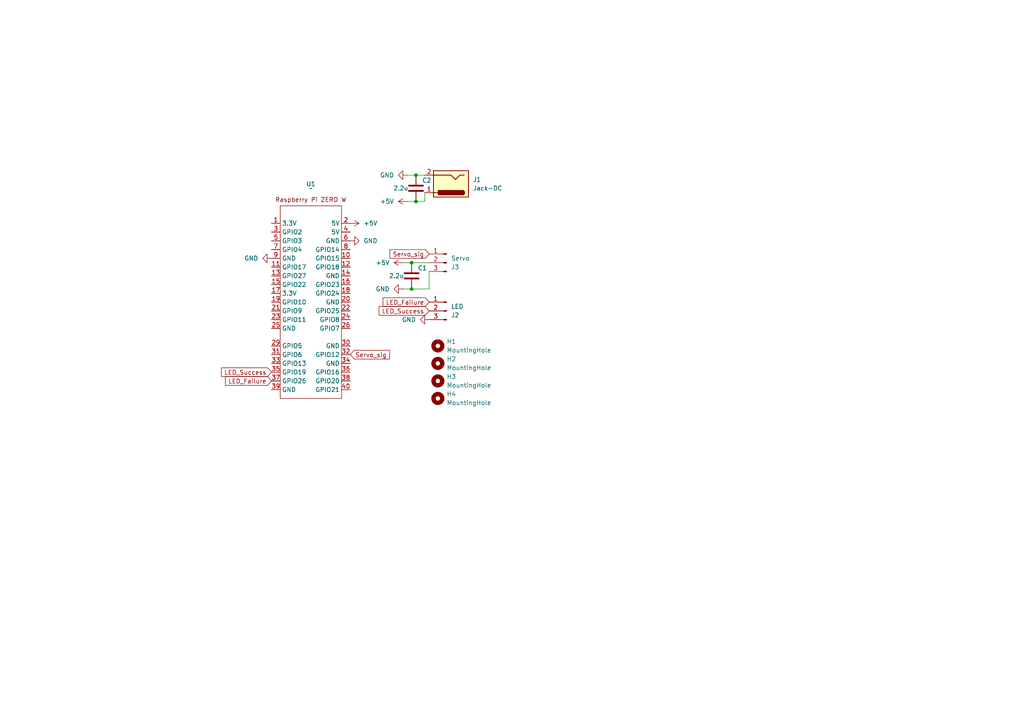
<source format=kicad_sch>
(kicad_sch (version 20231120) (generator "eeschema") (generator_version "8.0")
  (paper "A4")
  (lib_symbols
    (symbol "Connector:Conn_01x03_Pin" (pin_names (offset 1.016) hide)
      (property "Reference" "J" (at 0 5.08 0))
      (property "Value" "Conn_01x03_Pin" (at 0 -5.08 0))
      (symbol "Conn_01x03_Pin_1_1"
        (polyline (pts (xy 1.27 -2.54) (xy 0.8636 -2.54)) (stroke (width 0.1524)))
        (polyline (pts (xy 1.27 0) (xy 0.8636 0)) (stroke (width 0.1524)))
        (polyline (pts (xy 1.27 2.54) (xy 0.8636 2.54)) (stroke (width 0.1524)))
        (rectangle (start 0.8636 -2.413) (end 0 -2.667) (stroke (width 0.1524)) (fill (type outline)))
        (rectangle (start 0.8636 0.127) (end 0 -0.127) (stroke (width 0.1524)) (fill (type outline)))
        (rectangle (start 0.8636 2.667) (end 0 2.413) (stroke (width 0.1524)) (fill (type outline)))
        (pin passive line (at 5.08 2.54 180) (length 3.81) (name "Pin_1") (number "1"))
        (pin passive line (at 5.08 0 180) (length 3.81) (name "Pin_2") (number "2"))
        (pin passive line (at 5.08 -2.54 180) (length 3.81) (name "Pin_3") (number "3"))
      )
    )
    (symbol "Connector:Jack-DC" (pin_names (offset 1.016))
      (property "Reference" "J" (at 0 5.334 0))
      (property "Value" "Jack-DC" (at 0 -5.08 0))
      (symbol "Jack-DC_0_1"
        (rectangle (start -5.08 3.81) (end 5.08 -3.81) (stroke (width 0.254)) (fill (type background)))
        (arc (start -3.302 3.175) (mid -3.9343 2.54) (end -3.302 1.905) (stroke (width 0.254)))
        (arc (start -3.302 3.175) (mid -3.9343 2.54) (end -3.302 1.905) (stroke (width 0.254)) (fill (type outline)))
        (polyline (pts (xy 5.08 2.54) (xy 3.81 2.54)) (stroke (width 0.254)))
        (polyline (pts (xy -3.81 -2.54) (xy -2.54 -2.54) (xy -1.27 -1.27) (xy 0 -2.54) (xy 2.54 -2.54) (xy 5.08 -2.54)) (stroke (width 0.254)))
        (rectangle (start 3.683 3.175) (end -3.302 1.905) (stroke (width 0.254)) (fill (type outline)))
      )
      (symbol "Jack-DC_1_1"
        (pin passive line (at 7.62 2.54 180) (length 2.54) (name "~") (number "1"))
        (pin passive line (at 7.62 -2.54 180) (length 2.54) (name "~") (number "2"))
      )
    )
    (symbol "Device:C" (pin_numbers hide) (pin_names (offset 0.254))
      (property "Reference" "C" (at 0.635 2.54 0))
      (property "Value" "C" (at 0.635 -2.54 0))
      (symbol "C_0_1"
        (polyline (pts (xy -2.032 -0.762) (xy 2.032 -0.762)) (stroke (width 0.508)))
        (polyline (pts (xy -2.032 0.762) (xy 2.032 0.762)) (stroke (width 0.508)))
      )
      (symbol "C_1_1"
        (pin passive line (at 0 3.81 270) (length 2.794) (name "~") (number "1"))
        (pin passive line (at 0 -3.81 90) (length 2.794) (name "~") (number "2"))
      )
    )
    (symbol "Mechanical:MountingHole" (pin_names (offset 1.016)) (exclude_from_sim yes) (in_bom no)
      (property "Reference" "H" (at 0 5.08 0))
      (property "Value" "MountingHole" (at 0 3.175 0))
      (symbol "MountingHole_0_1"
        (circle (center 0 0) (radius 1.27) (stroke (width 1.27)))
      )
    )
    (symbol "RaspberryPi:Raspberry_Pi_Zero"
      (property "Reference" "U" (at 0 0 0))
      (symbol "Raspberry_Pi_Zero_0_1"
        (rectangle (start -8.89 2.54) (end 8.89 -53.34))
      )
      (symbol "Raspberry_Pi_Zero_1_1"
        (text "Raspberry Pi ZERO W" (at 0 4.318 0) (effects (font (size 1.27 1.27))))
        (pin input line (at -11.43 -2.54 0) (length 2.54) (name "3.3V") (number "1"))
        (pin input line (at 11.43 -12.7 180) (length 2.54) (name "GPIO15") (number "10"))
        (pin input line (at -11.43 -15.24 0) (length 2.54) (name "GPIO17") (number "11"))
        (pin input line (at 11.43 -15.24 180) (length 2.54) (name "GPIO18") (number "12"))
        (pin input line (at -11.43 -17.78 0) (length 2.54) (name "GPIO27") (number "13"))
        (pin input line (at 11.43 -17.78 180) (length 2.54) (name "GND") (number "14"))
        (pin input line (at -11.43 -20.32 0) (length 2.54) (name "GPIO22") (number "15"))
        (pin input line (at 11.43 -20.32 180) (length 2.54) (name "GPIO23") (number "16"))
        (pin input line (at -11.43 -22.86 0) (length 2.54) (name "3.3V") (number "17"))
        (pin input line (at 11.43 -22.86 180) (length 2.54) (name "GPIO24") (number "18"))
        (pin input line (at -11.43 -25.4 0) (length 2.54) (name "GPIO10") (number "19"))
        (pin input line (at 11.43 -2.54 180) (length 2.54) (name "5V") (number "2"))
        (pin input line (at 11.43 -25.4 180) (length 2.54) (name "GND") (number "20"))
        (pin input line (at -11.43 -27.94 0) (length 2.54) (name "GPIO9") (number "21"))
        (pin input line (at 11.43 -27.94 180) (length 2.54) (name "GPIO25") (number "22"))
        (pin input line (at -11.43 -30.48 0) (length 2.54) (name "GPIO11") (number "23"))
        (pin input line (at 11.43 -30.48 180) (length 2.54) (name "GPIO8") (number "24"))
        (pin input line (at -11.43 -33.02 0) (length 2.54) (name "GND") (number "25"))
        (pin input line (at 11.43 -33.02 180) (length 2.54) (name "GPIO7") (number "26"))
        (pin input line (at -11.43 -38.1 0) (length 2.54) (name "GPIO5") (number "29"))
        (pin input line (at -11.43 -5.08 0) (length 2.54) (name "GPIO2") (number "3"))
        (pin input line (at 11.43 -38.1 180) (length 2.54) (name "GND") (number "30"))
        (pin input line (at -11.43 -40.64 0) (length 2.54) (name "GPIO6") (number "31"))
        (pin input line (at 11.43 -40.64 180) (length 2.54) (name "GPIO12") (number "32"))
        (pin input line (at -11.43 -43.18 0) (length 2.54) (name "GPIO13") (number "33"))
        (pin input line (at 11.43 -43.18 180) (length 2.54) (name "GND") (number "34"))
        (pin input line (at -11.43 -45.72 0) (length 2.54) (name "GPIO19") (number "35"))
        (pin input line (at 11.43 -45.72 180) (length 2.54) (name "GPIO16") (number "36"))
        (pin input line (at -11.43 -48.26 0) (length 2.54) (name "GPIO26") (number "37"))
        (pin input line (at 11.43 -48.26 180) (length 2.54) (name "GPIO20") (number "38"))
        (pin input line (at -11.43 -50.8 0) (length 2.54) (name "GND") (number "39"))
        (pin input line (at 11.43 -5.08 180) (length 2.54) (name "5V") (number "4"))
        (pin input line (at 11.43 -50.8 180) (length 2.54) (name "GPIO21") (number "40"))
        (pin input line (at -11.43 -7.62 0) (length 2.54) (name "GPIO3") (number "5"))
        (pin input line (at 11.43 -7.62 180) (length 2.54) (name "GND") (number "6"))
        (pin input line (at -11.43 -10.16 0) (length 2.54) (name "GPIO4") (number "7"))
        (pin input line (at 11.43 -10.16 180) (length 2.54) (name "GPIO14") (number "8"))
        (pin input line (at -11.43 -12.7 0) (length 2.54) (name "GND") (number "9"))
      )
    )
    (symbol "power:+5V" (power) (pin_numbers hide) (pin_names (offset 0) hide)
      (property "Value" "+5V" (at 0 3.556 0))
      (symbol "+5V_0_1"
        (polyline (pts (xy -0.762 1.27) (xy 0 2.54)))
        (polyline (pts (xy 0 0) (xy 0 2.54)))
        (polyline (pts (xy 0 2.54) (xy 0.762 1.27)))
      )
      (symbol "+5V_1_1"
        (pin power_in line (at 0 0 90) (length 0) (name "~") (number "1"))
      )
    )
    (symbol "power:GND" (power) (pin_numbers hide) (pin_names (offset 0) hide)
      (property "Value" "GND" (at 0 -3.81 0))
      (symbol "GND_0_1"
        (polyline (pts (xy 0 0) (xy 0 -1.27) (xy 1.27 -1.27) (xy 0 -2.54) (xy -1.27 -1.27) (xy 0 -1.27)))
      )
      (symbol "GND_1_1"
        (pin power_in line (at 0 0 270) (length 0) (name "~") (number "1"))
      )
    )
  )
  (junction (at 120.65 50.8))
  (junction (at 120.65 58.42))
  (junction (at 119.38 83.82))
  (junction (at 119.38 76.2))
  (wire (pts (xy 118.11 50.8) (xy 120.65 50.8)))
  (wire (pts (xy 116.84 83.82) (xy 119.38 83.82)))
  (wire (pts (xy 119.38 83.82) (xy 124.46 83.82)))
  (wire (pts (xy 120.65 58.42) (xy 123.19 58.42)))
  (wire (pts (xy 124.46 83.82) (xy 124.46 78.74)))
  (wire (pts (xy 116.84 76.2) (xy 119.38 76.2)))
  (wire (pts (xy 120.65 50.8) (xy 123.19 50.8)))
  (wire (pts (xy 119.38 76.2) (xy 124.46 76.2)))
  (wire (pts (xy 118.11 58.42) (xy 120.65 58.42)))
  (wire (pts (xy 123.19 58.42) (xy 123.19 55.88)))
  (global_label "LED_Failure" (shape input) (at 78.74 110.49 180) (property "Intersheetrefs" "${INTERSHEET_REFS}" (effects (hide yes))))
  (global_label "Servo_sig" (shape input) (at 101.6 102.87 0) (property "Intersheetrefs" "${INTERSHEET_REFS}" (effects (hide yes))))
  (global_label "Servo_sig" (shape input) (at 124.46 73.66 180) (property "Intersheetrefs" "${INTERSHEET_REFS}" (effects (hide yes))))
  (global_label "LED_Success" (shape input) (at 78.74 107.95 180) (property "Intersheetrefs" "${INTERSHEET_REFS}" (effects (hide yes))))
  (global_label "LED_Success" (shape input) (at 124.46 90.17 180) (property "Intersheetrefs" "${INTERSHEET_REFS}" (effects (hide yes))))
  (global_label "LED_Failure" (shape input) (at 124.46 87.63 180) (property "Intersheetrefs" "${INTERSHEET_REFS}" (effects (hide yes))))
  (symbol (lib_id "Device:C") (at 119.38 80.01 0) (unit 1)
    (property "Reference" "C1" (at 121.158 77.724 0) (effects (justify left)))
    (property "Value" "2.2u" (at 112.776 80.01 0) (effects (justify left)))
    (property "Footprint" "Capacitor_THT:CP_Radial_D5.0mm_P2.50mm" (effects (hide yes)))
    (property "Description" "Unpolarized capacitor" (effects (hide yes)))
  )
  (symbol (lib_id "Device:C") (at 120.65 54.61 0) (unit 1)
    (property "Reference" "C2" (at 122.428 52.324 0) (effects (justify left)))
    (property "Value" "2.2u" (at 114.046 54.61 0) (effects (justify left)))
    (property "Footprint" "Capacitor_THT:CP_Radial_D5.0mm_P2.50mm" (effects (hide yes)))
    (property "Description" "Unpolarized capacitor" (effects (hide yes)))
  )
  (symbol (lib_id "power:GND") (at 78.74 74.93 270) (unit 1)
    (property "Reference" "#PWR08" (effects (hide yes)))
    (property "Value" "GND" (at 74.93 74.9299 90) (effects (justify right)))
    (property "Description" "Power symbol creates a global label with name \"GND\" , ground" (effects (hide yes)))
  )
  (symbol (lib_id "Mechanical:MountingHole") (at 127 110.49 0) (unit 1) (exclude_from_sim yes) (in_bom no)
    (property "Reference" "H3" (at 129.54 109.2199 0) (effects (justify left)))
    (property "Value" "MountingHole" (at 129.54 111.7599 0) (effects (justify left)))
    (property "Footprint" "MountingHole:MountingHole_3.2mm_M3" (effects (hide yes)))
    (property "Description" "Mounting Hole without connection" (effects (hide yes)))
  )
  (symbol (lib_id "Mechanical:MountingHole") (at 127 100.33 0) (unit 1) (exclude_from_sim yes) (in_bom no)
    (property "Reference" "H1" (at 129.54 99.0599 0) (effects (justify left)))
    (property "Value" "MountingHole" (at 129.54 101.5999 0) (effects (justify left)))
    (property "Footprint" "MountingHole:MountingHole_3.2mm_M3" (effects (hide yes)))
    (property "Description" "Mounting Hole without connection" (effects (hide yes)))
  )
  (symbol (lib_id "power:+5V") (at 116.84 76.2 90) (mirror x) (unit 1)
    (property "Reference" "#PWR05" (effects (hide yes)))
    (property "Value" "+5V" (at 113.03 76.2001 90) (effects (justify left)))
    (property "Description" "Power symbol creates a global label with name \"+5V\"" (effects (hide yes)))
  )
  (symbol (lib_id "Connector:Conn_01x03_Pin") (at 129.54 90.17 0) (mirror y) (unit 1)
    (property "Reference" "J2" (at 130.81 91.4401 0) (effects (justify right)))
    (property "Value" "LED" (at 130.81 88.9001 0) (effects (justify right)))
    (property "Footprint" "MyLibrary:ZH_3P_Side" (effects (hide yes)))
    (property "Description" "Generic connector, single row, 01x03, script generated" (effects (hide yes)))
  )
  (symbol (lib_id "Mechanical:MountingHole") (at 127 115.57 0) (unit 1) (exclude_from_sim yes) (in_bom no)
    (property "Reference" "H4" (at 129.54 114.2999 0) (effects (justify left)))
    (property "Value" "MountingHole" (at 129.54 116.8399 0) (effects (justify left)))
    (property "Footprint" "MountingHole:MountingHole_3.2mm_M3" (effects (hide yes)))
    (property "Description" "Mounting Hole without connection" (effects (hide yes)))
  )
  (symbol (lib_id "power:GND") (at 118.11 50.8 270) (unit 1)
    (property "Reference" "#PWR02" (effects (hide yes)))
    (property "Value" "GND" (at 114.3 50.7999 90) (effects (justify right)))
    (property "Description" "Power symbol creates a global label with name \"GND\" , ground" (effects (hide yes)))
  )
  (symbol (lib_id "power:GND") (at 116.84 83.82 270) (mirror x) (unit 1)
    (property "Reference" "#PWR06" (effects (hide yes)))
    (property "Value" "GND" (at 113.03 83.8201 90) (effects (justify right)))
    (property "Description" "Power symbol creates a global label with name \"GND\" , ground" (effects (hide yes)))
  )
  (symbol (lib_id "power:+5V") (at 101.6 64.77 270) (unit 1)
    (property "Reference" "#PWR01" (effects (hide yes)))
    (property "Value" "+5V" (at 105.41 64.7699 90) (effects (justify left)))
    (property "Description" "Power symbol creates a global label with name \"+5V\"" (effects (hide yes)))
  )
  (symbol (lib_id "power:GND") (at 124.46 92.71 270) (mirror x) (unit 1)
    (property "Reference" "#PWR07" (effects (hide yes)))
    (property "Value" "GND" (at 120.65 92.7101 90) (effects (justify right)))
    (property "Description" "Power symbol creates a global label with name \"GND\" , ground" (effects (hide yes)))
  )
  (symbol (lib_id "RaspberryPi:Raspberry_Pi_Zero") (at 90.17 62.23 0) (unit 1)
    (property "Reference" "U1" (at 90.17 53.34 0))
    (property "Value" "~" (at 90.17 54.61 0))
    (property "Footprint" "Connector_PinSocket_2.54mm:PinSocket_2x20_P2.54mm_Vertical" (effects (hide yes)))
  )
  (symbol (lib_id "Mechanical:MountingHole") (at 127 105.41 0) (unit 1) (exclude_from_sim yes) (in_bom no)
    (property "Reference" "H2" (at 129.54 104.1399 0) (effects (justify left)))
    (property "Value" "MountingHole" (at 129.54 106.6799 0) (effects (justify left)))
    (property "Footprint" "MountingHole:MountingHole_3.2mm_M3" (effects (hide yes)))
    (property "Description" "Mounting Hole without connection" (effects (hide yes)))
  )
  (symbol (lib_id "Connector:Jack-DC") (at 130.81 53.34 180) (unit 1)
    (property "Reference" "J1" (at 137.16 52.0699 0) (effects (justify right)))
    (property "Value" "Jack-DC" (at 137.16 54.6099 0) (effects (justify right)))
    (property "Footprint" "Connector_BarrelJack:BarrelJack_Horizontal" (effects (hide yes)))
    (property "Description" "DC Barrel Jack" (effects (hide yes)))
  )
  (symbol (lib_id "Connector:Conn_01x03_Pin") (at 129.54 76.2 0) (mirror y) (unit 1)
    (property "Reference" "J3" (at 130.81 77.4701 0) (effects (justify right)))
    (property "Value" "Servo" (at 130.81 74.9301 0) (effects (justify right)))
    (property "Footprint" "MyLibrary:ZH_3P_Side" (effects (hide yes)))
    (property "Description" "Generic connector, single row, 01x03, script generated" (effects (hide yes)))
  )
  (symbol (lib_id "power:GND") (at 101.6 69.85 90) (unit 1)
    (property "Reference" "#PWR04" (effects (hide yes)))
    (property "Value" "GND" (at 105.41 69.8499 90) (effects (justify right)))
    (property "Description" "Power symbol creates a global label with name \"GND\" , ground" (effects (hide yes)))
  )
  (symbol (lib_id "power:+5V") (at 118.11 58.42 90) (unit 1)
    (property "Reference" "#PWR03" (effects (hide yes)))
    (property "Value" "+5V" (at 114.3 58.4199 90) (effects (justify left)))
    (property "Description" "Power symbol creates a global label with name \"+5V\"" (effects (hide yes)))
  )
)
</source>
